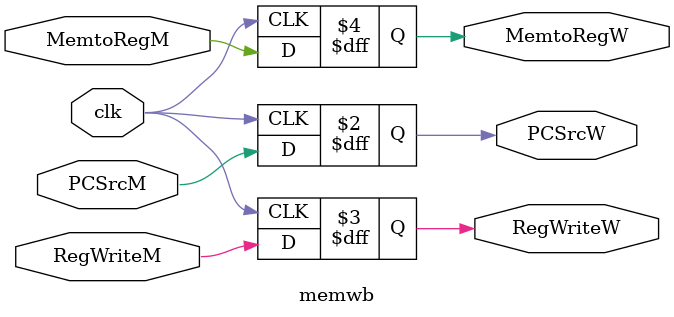
<source format=sv>
module memwb(
  input logic clk,
  input logic PCSrcM,
  input logic RegWriteM,
  input logic MemtoRegM,
  output logic PCSrcW,
  output logic RegWriteW,
  output logic MemtoRegW
  );

  always@(posedge clk)
  begin
  PCSrcW <= PCSrcM;
  RegWriteW <= RegWriteM;
  MemtoRegW <= MemtoRegM;

  end

endmodule

</source>
